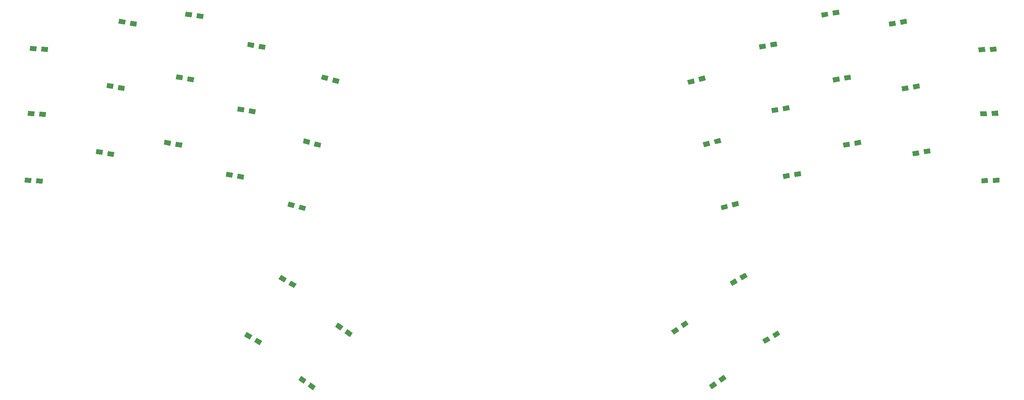
<source format=gbr>
G04 #@! TF.GenerationSoftware,KiCad,Pcbnew,(5.1.5)-1*
G04 #@! TF.CreationDate,2021-07-11T17:01:56-04:00*
G04 #@! TF.ProjectId,baboon38 v0.4,6261626f-6f6e-4333-9820-76302e342e6b,rev?*
G04 #@! TF.SameCoordinates,Original*
G04 #@! TF.FileFunction,Paste,Top*
G04 #@! TF.FilePolarity,Positive*
%FSLAX46Y46*%
G04 Gerber Fmt 4.6, Leading zero omitted, Abs format (unit mm)*
G04 Created by KiCad (PCBNEW (5.1.5)-1) date 2021-07-11 17:01:56*
%MOMM*%
%LPD*%
G04 APERTURE LIST*
%ADD10C,0.100000*%
G04 APERTURE END LIST*
D10*
G36*
X214501872Y-118526972D02*
G01*
X215101872Y-119566202D01*
X213716232Y-120366202D01*
X213116232Y-119326972D01*
X214501872Y-118526972D01*
G37*
G36*
X216926744Y-117126972D02*
G01*
X217526744Y-118166202D01*
X216141104Y-118966202D01*
X215541104Y-117926972D01*
X216926744Y-117126972D01*
G37*
G36*
X201377308Y-129598615D02*
G01*
X202065599Y-130581597D01*
X200754956Y-131499319D01*
X200066665Y-130516337D01*
X201377308Y-129598615D01*
G37*
G36*
X203670934Y-127992601D02*
G01*
X204359225Y-128975583D01*
X203048582Y-129893305D01*
X202360291Y-128910323D01*
X203670934Y-127992601D01*
G37*
G36*
X192106331Y-116239761D02*
G01*
X192794622Y-117222743D01*
X191483979Y-118140465D01*
X190795688Y-117157483D01*
X192106331Y-116239761D01*
G37*
G36*
X194399957Y-114633747D02*
G01*
X195088248Y-115616729D01*
X193777605Y-116534451D01*
X193089314Y-115551469D01*
X194399957Y-114633747D01*
G37*
G36*
X206504766Y-104376131D02*
G01*
X207104766Y-105415361D01*
X205719126Y-106215361D01*
X205119126Y-105176131D01*
X206504766Y-104376131D01*
G37*
G36*
X208929638Y-102976131D02*
G01*
X209529638Y-104015361D01*
X208143998Y-104815361D01*
X207543998Y-103776131D01*
X208929638Y-102976131D01*
G37*
G36*
X88273505Y-118292386D02*
G01*
X87673505Y-119331616D01*
X86287865Y-118531616D01*
X86887865Y-117492386D01*
X88273505Y-118292386D01*
G37*
G36*
X90698377Y-119692386D02*
G01*
X90098377Y-120731616D01*
X88712737Y-119931616D01*
X89312737Y-118892386D01*
X90698377Y-119692386D01*
G37*
G36*
X101545220Y-129167401D02*
G01*
X100856929Y-130150383D01*
X99546286Y-129232661D01*
X100234577Y-128249679D01*
X101545220Y-129167401D01*
G37*
G36*
X103838846Y-130773415D02*
G01*
X103150555Y-131756397D01*
X101839912Y-130838675D01*
X102528203Y-129855693D01*
X103838846Y-130773415D01*
G37*
G36*
X110543486Y-116133552D02*
G01*
X109855195Y-117116534D01*
X108544552Y-116198812D01*
X109232843Y-115215830D01*
X110543486Y-116133552D01*
G37*
G36*
X112837112Y-117739566D02*
G01*
X112148821Y-118722548D01*
X110838178Y-117804826D01*
X111526469Y-116821844D01*
X112837112Y-117739566D01*
G37*
G36*
X96686518Y-104305921D02*
G01*
X96086518Y-105345151D01*
X94700878Y-104545151D01*
X95300878Y-103505921D01*
X96686518Y-104305921D01*
G37*
G36*
X99111390Y-105705921D02*
G01*
X98511390Y-106745151D01*
X97125750Y-105945151D01*
X97725750Y-104905921D01*
X99111390Y-105705921D01*
G37*
G36*
X268349248Y-79797642D02*
G01*
X268391127Y-80996911D01*
X266792102Y-81052750D01*
X266750223Y-79853481D01*
X268349248Y-79797642D01*
G37*
G36*
X271147542Y-79699924D02*
G01*
X271189421Y-80899193D01*
X269590396Y-80955032D01*
X269548517Y-79755763D01*
X271147542Y-79699924D01*
G37*
G36*
X251411602Y-72993681D02*
G01*
X251619980Y-74175450D01*
X250044288Y-74453287D01*
X249835910Y-73271518D01*
X251411602Y-72993681D01*
G37*
G36*
X254169064Y-72507467D02*
G01*
X254377442Y-73689236D01*
X252801750Y-73967073D01*
X252593372Y-72785304D01*
X254169064Y-72507467D01*
G37*
G36*
X234428966Y-70905601D02*
G01*
X234637344Y-72087370D01*
X233061652Y-72365207D01*
X232853274Y-71183438D01*
X234428966Y-70905601D01*
G37*
G36*
X237186428Y-70419387D02*
G01*
X237394806Y-71601156D01*
X235819114Y-71878993D01*
X235610736Y-70697224D01*
X237186428Y-70419387D01*
G37*
G36*
X219706552Y-78551553D02*
G01*
X219914930Y-79733322D01*
X218339238Y-80011159D01*
X218130860Y-78829390D01*
X219706552Y-78551553D01*
G37*
G36*
X222464014Y-78065339D02*
G01*
X222672392Y-79247108D01*
X221096700Y-79524945D01*
X220888322Y-78343176D01*
X222464014Y-78065339D01*
G37*
G36*
X204454987Y-86116740D02*
G01*
X204765570Y-87275851D01*
X203220089Y-87689962D01*
X202909506Y-86530851D01*
X204454987Y-86116740D01*
G37*
G36*
X207159579Y-85392046D02*
G01*
X207470162Y-86551157D01*
X205924681Y-86965268D01*
X205614098Y-85806157D01*
X207159579Y-85392046D01*
G37*
G36*
X98721711Y-85976554D02*
G01*
X98411128Y-87135665D01*
X96865647Y-86721554D01*
X97176230Y-85562443D01*
X98721711Y-85976554D01*
G37*
G36*
X101426303Y-86701248D02*
G01*
X101115720Y-87860359D01*
X99570239Y-87446248D01*
X99880822Y-86287137D01*
X101426303Y-86701248D01*
G37*
G36*
X83547103Y-78504858D02*
G01*
X83338725Y-79686627D01*
X81763033Y-79408790D01*
X81971411Y-78227021D01*
X83547103Y-78504858D01*
G37*
G36*
X86304565Y-78991072D02*
G01*
X86096187Y-80172841D01*
X84520495Y-79895004D01*
X84728873Y-78713235D01*
X86304565Y-78991072D01*
G37*
G36*
X68408783Y-70694528D02*
G01*
X68200405Y-71876297D01*
X66624713Y-71598460D01*
X66833091Y-70416691D01*
X68408783Y-70694528D01*
G37*
G36*
X71166245Y-71180742D02*
G01*
X70957867Y-72362511D01*
X69382175Y-72084674D01*
X69590553Y-70902905D01*
X71166245Y-71180742D01*
G37*
G36*
X51742436Y-72955701D02*
G01*
X51534058Y-74137470D01*
X49958366Y-73859633D01*
X50166744Y-72677864D01*
X51742436Y-72955701D01*
G37*
G36*
X54499898Y-73441915D02*
G01*
X54291520Y-74623684D01*
X52715828Y-74345847D01*
X52924206Y-73164078D01*
X54499898Y-73441915D01*
G37*
G36*
X34183062Y-79769210D02*
G01*
X34120259Y-80967565D01*
X32522452Y-80883828D01*
X32585255Y-79685473D01*
X34183062Y-79769210D01*
G37*
G36*
X36979224Y-79915750D02*
G01*
X36916421Y-81114105D01*
X35318614Y-81030368D01*
X35381417Y-79832013D01*
X36979224Y-79915750D01*
G37*
G36*
X268076355Y-63411506D02*
G01*
X268118234Y-64610775D01*
X266519209Y-64666614D01*
X266477330Y-63467345D01*
X268076355Y-63411506D01*
G37*
G36*
X270874649Y-63313788D02*
G01*
X270916528Y-64513057D01*
X269317503Y-64568896D01*
X269275624Y-63369627D01*
X270874649Y-63313788D01*
G37*
G36*
X248786451Y-57104420D02*
G01*
X248994829Y-58286189D01*
X247419137Y-58564026D01*
X247210759Y-57382257D01*
X248786451Y-57104420D01*
G37*
G36*
X251543913Y-56618206D02*
G01*
X251752291Y-57799975D01*
X250176599Y-58077812D01*
X249968221Y-56896043D01*
X251543913Y-56618206D01*
G37*
G36*
X231912151Y-54925436D02*
G01*
X232120529Y-56107205D01*
X230544837Y-56385042D01*
X230336459Y-55203273D01*
X231912151Y-54925436D01*
G37*
G36*
X234669613Y-54439222D02*
G01*
X234877991Y-55620991D01*
X233302299Y-55898828D01*
X233093921Y-54717059D01*
X234669613Y-54439222D01*
G37*
G36*
X216899596Y-62445623D02*
G01*
X217107974Y-63627392D01*
X215532282Y-63905229D01*
X215323904Y-62723460D01*
X216899596Y-62445623D01*
G37*
G36*
X219657058Y-61959409D02*
G01*
X219865436Y-63141178D01*
X218289744Y-63419015D01*
X218081366Y-62237246D01*
X219657058Y-61959409D01*
G37*
G36*
X200084013Y-70677031D02*
G01*
X200394596Y-71836142D01*
X198849115Y-72250253D01*
X198538532Y-71091142D01*
X200084013Y-70677031D01*
G37*
G36*
X202788605Y-69952337D02*
G01*
X203099188Y-71111448D01*
X201553707Y-71525559D01*
X201243124Y-70366448D01*
X202788605Y-69952337D01*
G37*
G36*
X102486252Y-70489520D02*
G01*
X102175669Y-71648631D01*
X100630188Y-71234520D01*
X100940771Y-70075409D01*
X102486252Y-70489520D01*
G37*
G36*
X105190844Y-71214214D02*
G01*
X104880261Y-72373325D01*
X103334780Y-71959214D01*
X103645363Y-70800103D01*
X105190844Y-71214214D01*
G37*
G36*
X86362778Y-62498546D02*
G01*
X86154400Y-63680315D01*
X84578708Y-63402478D01*
X84787086Y-62220709D01*
X86362778Y-62498546D01*
G37*
G36*
X89120240Y-62984760D02*
G01*
X88911862Y-64166529D01*
X87336170Y-63888692D01*
X87544548Y-62706923D01*
X89120240Y-62984760D01*
G37*
G36*
X71324075Y-54679502D02*
G01*
X71115697Y-55861271D01*
X69540005Y-55583434D01*
X69748383Y-54401665D01*
X71324075Y-54679502D01*
G37*
G36*
X74081537Y-55165716D02*
G01*
X73873159Y-56347485D01*
X72297467Y-56069648D01*
X72505845Y-54887879D01*
X74081537Y-55165716D01*
G37*
G36*
X54341440Y-56767582D02*
G01*
X54133062Y-57949351D01*
X52557370Y-57671514D01*
X52765748Y-56489745D01*
X54341440Y-56767582D01*
G37*
G36*
X57098902Y-57253796D02*
G01*
X56890524Y-58435565D01*
X55314832Y-58157728D01*
X55523210Y-56975959D01*
X57098902Y-57253796D01*
G37*
G36*
X34962768Y-63439114D02*
G01*
X34899965Y-64637469D01*
X33302158Y-64553732D01*
X33364961Y-63355377D01*
X34962768Y-63439114D01*
G37*
G36*
X37758930Y-63585654D02*
G01*
X37696127Y-64784009D01*
X36098320Y-64700272D01*
X36161123Y-63501917D01*
X37758930Y-63585654D01*
G37*
G36*
X267642834Y-47713986D02*
G01*
X267684713Y-48913255D01*
X266085688Y-48969094D01*
X266043809Y-47769825D01*
X267642834Y-47713986D01*
G37*
G36*
X270441128Y-47616268D02*
G01*
X270483007Y-48815537D01*
X268883982Y-48871376D01*
X268842103Y-47672107D01*
X270441128Y-47616268D01*
G37*
G36*
X245654489Y-41271202D02*
G01*
X245862867Y-42452971D01*
X244287175Y-42730808D01*
X244078797Y-41549039D01*
X245654489Y-41271202D01*
G37*
G36*
X248411951Y-40784988D02*
G01*
X248620329Y-41966757D01*
X247044637Y-42244594D01*
X246836259Y-41062825D01*
X248411951Y-40784988D01*
G37*
G36*
X229087762Y-39018744D02*
G01*
X229296140Y-40200513D01*
X227720448Y-40478350D01*
X227512070Y-39296581D01*
X229087762Y-39018744D01*
G37*
G36*
X231845224Y-38532530D02*
G01*
X232053602Y-39714299D01*
X230477910Y-39992136D01*
X230269532Y-38810367D01*
X231845224Y-38532530D01*
G37*
G36*
X213849823Y-46820358D02*
G01*
X214058201Y-48002127D01*
X212482509Y-48279964D01*
X212274131Y-47098195D01*
X213849823Y-46820358D01*
G37*
G36*
X216607285Y-46334144D02*
G01*
X216815663Y-47515913D01*
X215239971Y-47793750D01*
X215031593Y-46611981D01*
X216607285Y-46334144D01*
G37*
G36*
X196302041Y-55389236D02*
G01*
X196612624Y-56548347D01*
X195067143Y-56962458D01*
X194756560Y-55803347D01*
X196302041Y-55389236D01*
G37*
G36*
X199006633Y-54664542D02*
G01*
X199317216Y-55823653D01*
X197771735Y-56237764D01*
X197461152Y-55078653D01*
X199006633Y-54664542D01*
G37*
G36*
X106939414Y-54841858D02*
G01*
X106628831Y-56000969D01*
X105083350Y-55586858D01*
X105393933Y-54427747D01*
X106939414Y-54841858D01*
G37*
G36*
X109644006Y-55566552D02*
G01*
X109333423Y-56725663D01*
X107787942Y-56311552D01*
X108098525Y-55152441D01*
X109644006Y-55566552D01*
G37*
G36*
X88797402Y-46726337D02*
G01*
X88589024Y-47908106D01*
X87013332Y-47630269D01*
X87221710Y-46448500D01*
X88797402Y-46726337D01*
G37*
G36*
X91554864Y-47212551D02*
G01*
X91346486Y-48394320D01*
X89770794Y-48116483D01*
X89979172Y-46934714D01*
X91554864Y-47212551D01*
G37*
G36*
X73561647Y-39240991D02*
G01*
X73394640Y-40429312D01*
X71810211Y-40206635D01*
X71977218Y-39018314D01*
X73561647Y-39240991D01*
G37*
G36*
X76334397Y-39630675D02*
G01*
X76167390Y-40818996D01*
X74582961Y-40596319D01*
X74749968Y-39407998D01*
X76334397Y-39630675D01*
G37*
G36*
X57282878Y-41051414D02*
G01*
X57074500Y-42233183D01*
X55498808Y-41955346D01*
X55707186Y-40773577D01*
X57282878Y-41051414D01*
G37*
G36*
X60040340Y-41537628D02*
G01*
X59831962Y-42719397D01*
X58256270Y-42441560D01*
X58464648Y-41259791D01*
X60040340Y-41537628D01*
G37*
G36*
X35478476Y-47533641D02*
G01*
X35415673Y-48731996D01*
X33817866Y-48648259D01*
X33880669Y-47449904D01*
X35478476Y-47533641D01*
G37*
G36*
X38274638Y-47680181D02*
G01*
X38211835Y-48878536D01*
X36614028Y-48794799D01*
X36676831Y-47596444D01*
X38274638Y-47680181D01*
G37*
M02*

</source>
